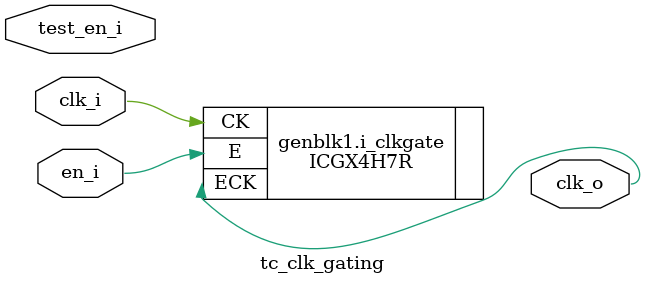
<source format=sv>

module tc_clk_inverter (
    input  logic clk_i,
    output logic clk_o
  );
  (* keep *)(* dont_touch = "true" *)
  INVX4H7R i_inv (
    .A ( clk_i ),
    .Y ( clk_o )
  );

endmodule

module tc_clk_buffer (
  input  logic clk_i,
  output logic clk_o
);
  (* keep *)(* dont_touch = "true" *)
  BUFX4H7R i_buf (
    .A ( clk_i ),
    .Y ( clk_o )
  );

endmodule

module tc_clk_mux2 (
    input  logic clk0_i,
    input  logic clk1_i,
    input  logic clk_sel_i,
    output logic clk_o
  );
  (* keep *)(* dont_touch = "true" *)
  MUX2X4H7R i_mux (
    .A  ( clk0_i    ),
    .B  ( clk1_i    ),
    .S0 ( clk_sel_i ),
    .Y  ( clk_o     )
  );
endmodule

module tc_clk_xor2 (
  input  logic clk0_i,
  input  logic clk1_i,
  output logic clk_o
);

  (* keep *)(* dont_touch = "true" *)
  XOR2X4H7R i_mux (
    .A ( clk0_i ),
    .B ( clk1_i ),
    .Y ( clk_o  )
  );
endmodule

module tc_clk_gating #(
    parameter bit IS_FUNCTIONAL = 1'b1
  )(
    input  logic clk_i,
    input  logic en_i,
    input  logic test_en_i,
    output logic clk_o
  );

  if (IS_FUNCTIONAL || `ifdef USE_CLKGATE 1 `else 0 `endif) begin
    (* keep *)(* dont_touch = "true" *)
    ICGX4H7R i_clkgate (
      .E   ( en_i  ),
      .CK  ( clk_i ),
      .ECK ( clk_o )
    );
  end else begin
    assign clk_o = clk_i;
  end

endmodule
</source>
